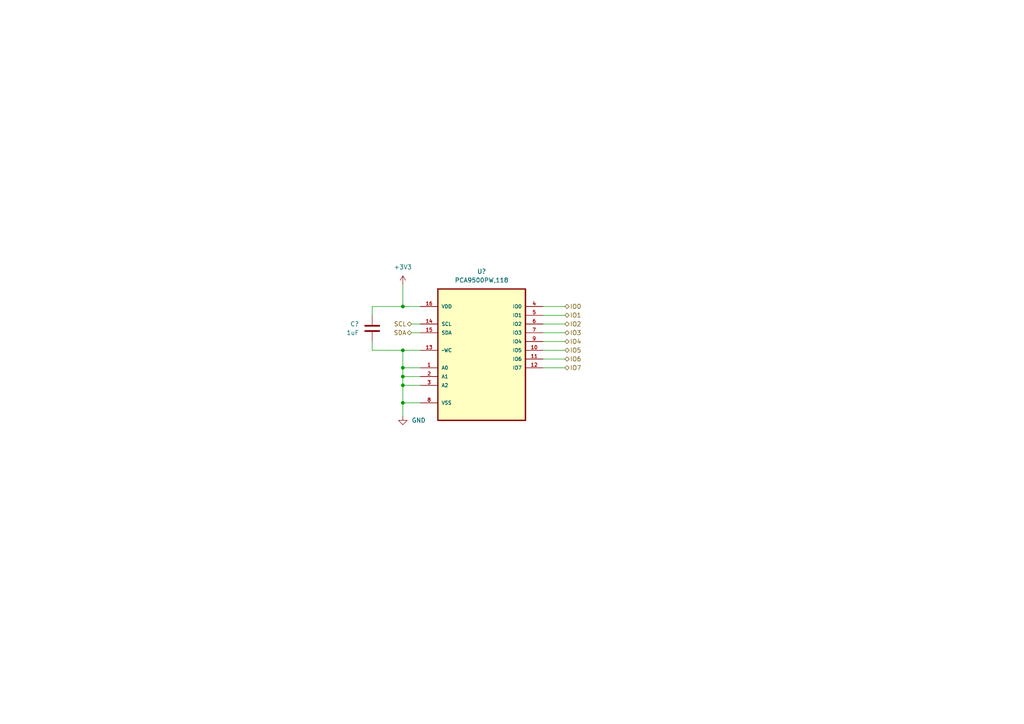
<source format=kicad_sch>
(kicad_sch (version 20230121) (generator eeschema)
  (paper "A4")
  (lib_symbols
    (symbol "Device:C" (pin_numbers hide) (pin_names (offset 0.254))
      (property "Reference" "C" (at 0.635 2.54 0))
      (property "Value" "C" (at 0.635 -2.54 0))
      (symbol "C_0_1"
        (polyline (pts (xy -2.032 -0.762) (xy 2.032 -0.762)) (stroke (width 0.508)))
        (polyline (pts (xy -2.032 0.762) (xy 2.032 0.762)) (stroke (width 0.508)))
      )
      (symbol "C_1_1"
        (pin passive line (at 0 3.81 270) (length 2.794) (name "~") (number "1"))
        (pin passive line (at 0 -3.81 90) (length 2.794) (name "~") (number "2"))
      )
    )
    (symbol "PCA9500PW_118:PCA9500PW,118" (pin_names (offset 1.016))
      (property "Reference" "U" (at -5.1816 17.8563 0))
      (property "Value" "PCA9500PW,118" (at -3.893 -27.9634 0))
      (symbol "PCA9500PW,118_0_0"
        (rectangle (start -12.7 -22.86) (end 12.7 15.24) (stroke (width 0.4064)) (fill (type background)))
        (pin input line (at -17.78 -7.62 0) (length 5.08) (name "A0") (number "1"))
        (pin bidirectional line (at 17.78 -2.54 180) (length 5.08) (name "IO5") (number "10"))
        (pin bidirectional line (at 17.78 -5.08 180) (length 5.08) (name "IO6") (number "11"))
        (pin bidirectional line (at 17.78 -7.62 180) (length 5.08) (name "IO7") (number "12"))
        (pin input line (at -17.78 -2.54 0) (length 5.08) (name "~WC") (number "13"))
        (pin input line (at -17.78 5.08 0) (length 5.08) (name "SCL") (number "14"))
        (pin bidirectional line (at -17.78 2.54 0) (length 5.08) (name "SDA") (number "15"))
        (pin power_in line (at -17.78 10.16 0) (length 5.08) (name "VDD") (number "16"))
        (pin input line (at -17.78 -10.16 0) (length 5.08) (name "A1") (number "2"))
        (pin input line (at -17.78 -12.7 0) (length 5.08) (name "A2") (number "3"))
        (pin bidirectional line (at 17.78 10.16 180) (length 5.08) (name "IO0") (number "4"))
        (pin bidirectional line (at 17.78 7.62 180) (length 5.08) (name "IO1") (number "5"))
        (pin bidirectional line (at 17.78 5.08 180) (length 5.08) (name "IO2") (number "6"))
        (pin bidirectional line (at 17.78 2.54 180) (length 5.08) (name "IO3") (number "7"))
        (pin passive line (at -17.78 -17.78 0) (length 5.08) (name "VSS") (number "8"))
        (pin bidirectional line (at 17.78 0 180) (length 5.08) (name "IO4") (number "9"))
      )
    )
    (symbol "power:+3V3" (power) (pin_names (offset 0))
      (property "Value" "+3V3" (at 0 3.556 0))
      (symbol "+3V3_0_1"
        (polyline (pts (xy -0.762 1.27) (xy 0 2.54)))
        (polyline (pts (xy 0 0) (xy 0 2.54)))
        (polyline (pts (xy 0 2.54) (xy 0.762 1.27)))
      )
      (symbol "+3V3_1_1"
        (pin power_in line (at 0 0 90) (length 0) hide (name "+3V3") (number "1"))
      )
    )
    (symbol "power:GND" (power) (pin_names (offset 0))
      (property "Value" "GND" (at 0 -3.81 0))
      (symbol "GND_0_1"
        (polyline (pts (xy 0 0) (xy 0 -1.27) (xy 1.27 -1.27) (xy 0 -2.54) (xy -1.27 -1.27) (xy 0 -1.27)))
      )
      (symbol "GND_1_1"
        (pin power_in line (at 0 0 270) (length 0) hide (name "GND") (number "1"))
      )
    )
  )
  (junction (at 116.84 109.22))
  (junction (at 116.84 116.84))
  (junction (at 116.84 106.68))
  (junction (at 116.84 111.76))
  (junction (at 116.84 101.6))
  (junction (at 116.84 88.9))
  (wire (pts (xy 107.95 99.06) (xy 107.95 101.6)))
  (wire (pts (xy 116.84 109.22) (xy 116.84 111.76)))
  (wire (pts (xy 107.95 88.9) (xy 107.95 91.44)))
  (wire (pts (xy 157.48 91.44) (xy 163.83 91.44)))
  (wire (pts (xy 157.48 101.6) (xy 163.83 101.6)))
  (wire (pts (xy 116.84 88.9) (xy 107.95 88.9)))
  (wire (pts (xy 116.84 106.68) (xy 121.92 106.68)))
  (wire (pts (xy 157.48 96.52) (xy 163.83 96.52)))
  (wire (pts (xy 157.48 99.06) (xy 163.83 99.06)))
  (wire (pts (xy 116.84 111.76) (xy 116.84 116.84)))
  (wire (pts (xy 157.48 93.98) (xy 163.83 93.98)))
  (wire (pts (xy 157.48 104.14) (xy 163.83 104.14)))
  (wire (pts (xy 119.38 96.52) (xy 121.92 96.52)))
  (wire (pts (xy 116.84 116.84) (xy 121.92 116.84)))
  (wire (pts (xy 116.84 116.84) (xy 116.84 120.65)))
  (wire (pts (xy 116.84 101.6) (xy 116.84 106.68)))
  (wire (pts (xy 116.84 106.68) (xy 116.84 109.22)))
  (wire (pts (xy 157.48 88.9) (xy 163.83 88.9)))
  (wire (pts (xy 121.92 101.6) (xy 116.84 101.6)))
  (wire (pts (xy 116.84 82.55) (xy 116.84 88.9)))
  (wire (pts (xy 157.48 106.68) (xy 163.83 106.68)))
  (wire (pts (xy 107.95 101.6) (xy 116.84 101.6)))
  (wire (pts (xy 119.38 93.98) (xy 121.92 93.98)))
  (wire (pts (xy 116.84 109.22) (xy 121.92 109.22)))
  (wire (pts (xy 121.92 88.9) (xy 116.84 88.9)))
  (wire (pts (xy 116.84 111.76) (xy 121.92 111.76)))
  (hierarchical_label "IO2" (shape bidirectional) (at 163.83 93.98 0))
  (hierarchical_label "IO4" (shape bidirectional) (at 163.83 99.06 0))
  (hierarchical_label "IO6" (shape bidirectional) (at 163.83 104.14 0))
  (hierarchical_label "IO5" (shape bidirectional) (at 163.83 101.6 0))
  (hierarchical_label "IO3" (shape bidirectional) (at 163.83 96.52 0))
  (hierarchical_label "IO1" (shape bidirectional) (at 163.83 91.44 0))
  (hierarchical_label "IO0" (shape bidirectional) (at 163.83 88.9 0))
  (hierarchical_label "SDA" (shape bidirectional) (at 119.38 96.52 180))
  (hierarchical_label "SCL" (shape bidirectional) (at 119.38 93.98 180))
  (hierarchical_label "IO7" (shape bidirectional) (at 163.83 106.68 0))
  (symbol (lib_id "PCA9500PW_118:PCA9500PW,118") (at 139.7 99.06 0) (unit 1)
    (property "Reference" "U?" (at 139.7 78.74 0))
    (property "Value" "PCA9500PW,118" (at 139.7 81.28 0))
    (property "Footprint" "GPIOEXPANDER:SOP65P640X110-16N" (effects hide))
    (property "MF" "NXP USA" (effects hide))
    (property "Description" "\nI/O Expander 8 I²C, SMBus 400 kHz 16-TSSOP\n" (effects hide))
    (property "PACKAGE" "TSSOP" (effects hide))
    (property "MPN" "PCA9500PW,118" (effects hide))
    (property "Price" "None" (effects hide))
    (property "Package" "TSSOP-16 NXP Semiconductors" (effects hide))
    (property "OC_FARNELL" "-" (effects hide))
    (property "SnapEDA_Link" "https://www.snapeda.com/parts/PCA9500PW,118/NXP+USA+Inc./view-part/?ref=snap" (effects hide))
    (property "MP" "PCA9500PW,118" (effects hide))
    (property "Purchase-URL" "https://www.snapeda.com/api/url_track_click_mouser/?unipart_id=32896&manufacturer=NXP USA&part_name=PCA9500PW,118&search_term=pca9500" (effects hide))
    (property "SUPPLIER" "NXP" (effects hide))
    (property "OC_NEWARK" "70R6438" (effects hide))
    (property "Availability" "In Stock" (effects hide))
    (property "Check_prices" "https://www.snapeda.com/parts/PCA9500PW,118/NXP+USA+Inc./view-part/?ref=eda" (effects hide))
    (instances (project "LanderControl" (path "" (reference "U?") (unit 1)) (path "" (reference "U15") (unit 1))))
  )
  (symbol (lib_id "power:+3V3") (at 116.84 82.55 0) (unit 1)
    (property "Reference" "#PWR?" (effects hide))
    (property "Value" "+3V3" (at 116.84 77.47 0))
    (instances (project "LanderControl" (path "" (reference "#PWR?") (unit 1)) (path "" (reference "#PWR087") (unit 1))))
  )
  (symbol (lib_id "Device:C") (at 107.95 95.25 0) (mirror y) (unit 1)
    (property "Reference" "C?" (at 104.14 93.98 0) (effects (justify left)))
    (property "Value" "1uF" (at 104.14 96.52 0) (effects (justify left)))
    (property "Footprint" "Capacitor_SMD:C_0603_1608Metric" (effects hide))
    (instances (project "LanderControl" (path "" (reference "C?") (unit 1)) (path "" (reference "C27") (unit 1))))
  )
  (symbol (lib_id "power:GND") (at 116.84 120.65 0) (unit 1)
    (property "Reference" "#PWR?" (effects hide))
    (property "Value" "GND" (at 119.38 121.9199 0) (effects (justify left)))
    (instances (project "LanderControl" (path "" (reference "#PWR?") (unit 1)) (path "" (reference "#PWR088") (unit 1))))
  )
)
</source>
